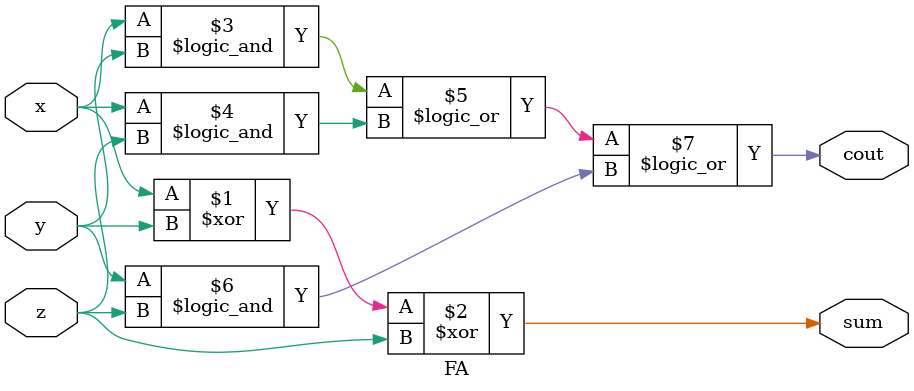
<source format=v>
module FA(x,y,z,sum,cout);
output sum,cout;
input x,y,z;
assign sum=x^y^z;
assign cout=(x&&y)||(x&&z)||(y&&z);
endmodule
</source>
